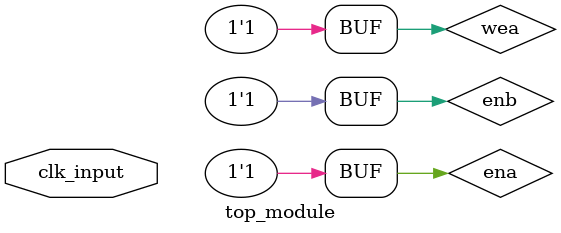
<source format=v>
module top_module (clk_input);
input clk_input;
reg ena, wea , enb;
wire [6:0] Addra, Addrb;
wire clk, clk_100Mhz;
wire [259:0]CompCache;
wire [259:0] uncompdata;



CompressorUnit compressor (clk, uncompdata, CompCache, Addra, Addrb );

ila_0 your_instance_name (
	.clk(clk_100Mhz), // input wire clk


	.probe0(CompCache), // input wire [259:0]  probe0  
	.probe1(uncompdata) // input wire [259:0]  probe1
);

blk_mem_gen_0 Block_ram (
  .clka(clk),    // input wire clka
  .ena(ena),      // input wire ena
  .wea(wea),      // input wire [0 : 0] wea
  .addra(Addra),  // input wire [6 : 0] addra
  .dina(CompCache),    // input wire [259 : 0] dina
  .clkb(clk),    // input wire clkb
  .enb(enb),      // input wire enb
  .addrb(Addrb),  // input wire [6 : 0] addrb
  .doutb(uncompdata)  // output wire [259 : 0] doutb
);

clk_wiz_0 instance_name
   (
    // Clock out ports
    .clk_out1(clk),     // output clk_out1
    .clk_out2(clk_100Mhz),     // output clk_out2
   // Clock in ports
    .clk_in1(clk_input)); 
    
  vio_0 VIO (
      .clk(clk_100Mhz),                // input wire clk
      .probe_out0(Addrb)  // output wire [6 : 0] probe_out0
    );  
    
    always @(*)
    begin
        ena=1; 
        wea=1;  
        enb=1;
    end
    

endmodule
</source>
